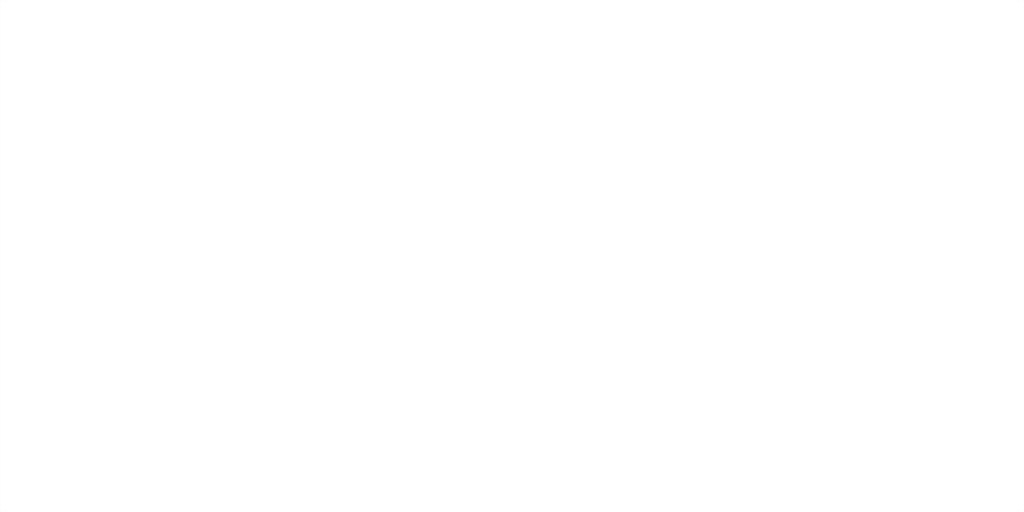
<source format=kicad_pcb>
(kicad_pcb (version 20171130) (host pcbnew "(5.1.5)-3")

  (general
    (thickness 1.6)
    (drawings 553)
    (tracks 0)
    (zones 0)
    (modules 0)
    (nets 1)
  )

  (page User 599.999 299.999)
  (layers
    (0 F.Cu signal hide)
    (31 B.Cu signal hide)
    (32 B.Adhes user hide)
    (33 F.Adhes user hide)
    (34 B.Paste user hide)
    (35 F.Paste user hide)
    (36 B.SilkS user hide)
    (37 F.SilkS user hide)
    (38 B.Mask user hide)
    (39 F.Mask user hide)
    (40 Dwgs.User user hide)
    (41 Cmts.User user hide)
    (42 Eco1.User user)
    (43 Eco2.User user)
    (44 Edge.Cuts user hide)
    (45 Margin user hide)
    (46 B.CrtYd user hide)
    (47 F.CrtYd user hide)
    (48 B.Fab user hide)
    (49 F.Fab user hide)
  )

  (setup
    (last_trace_width 0.25)
    (trace_clearance 0.2)
    (zone_clearance 0.508)
    (zone_45_only no)
    (trace_min 0.2)
    (via_size 0.8)
    (via_drill 0.4)
    (via_min_size 0.4)
    (via_min_drill 0.3)
    (uvia_size 0.3)
    (uvia_drill 0.1)
    (uvias_allowed no)
    (uvia_min_size 0.2)
    (uvia_min_drill 0.1)
    (edge_width 0.05)
    (segment_width 0.2)
    (pcb_text_width 0.3)
    (pcb_text_size 1.5 1.5)
    (mod_edge_width 0.12)
    (mod_text_size 1 1)
    (mod_text_width 0.15)
    (pad_size 1.524 1.524)
    (pad_drill 0.762)
    (pad_to_mask_clearance 0.051)
    (solder_mask_min_width 0.25)
    (aux_axis_origin 0 0)
    (visible_elements 7EFFFFFF)
    (pcbplotparams
      (layerselection 0x00c00_7ffffffe)
      (usegerberextensions false)
      (usegerberattributes false)
      (usegerberadvancedattributes false)
      (creategerberjobfile false)
      (excludeedgelayer false)
      (linewidth 0.100000)
      (plotframeref false)
      (viasonmask false)
      (mode 1)
      (useauxorigin false)
      (hpglpennumber 1)
      (hpglpenspeed 20)
      (hpglpendiameter 15.000000)
      (psnegative false)
      (psa4output false)
      (plotreference false)
      (plotvalue false)
      (plotinvisibletext false)
      (padsonsilk true)
      (subtractmaskfromsilk false)
      (outputformat 3)
      (mirror false)
      (drillshape 0)
      (scaleselection 1)
      (outputdirectory "./"))
  )

  (net 0 "")

  (net_class Default "これはデフォルトのネット クラスです。"
    (clearance 0.2)
    (trace_width 0.25)
    (via_dia 0.8)
    (via_drill 0.4)
    (uvia_dia 0.3)
    (uvia_drill 0.1)
  )

  (gr_line (start 497 250) (end 496.999614 255.999642) (layer Eco2.User) (width 0.001) (tstamp 5E5A3A96))
  (gr_line (start 506.999706 255.999639) (end 507.000092 249.999997) (layer Eco2.User) (width 0.001) (tstamp 5E5A3A95))
  (gr_line (start 507.000092 249.999997) (end 497 250) (layer Eco2.User) (width 0.001) (tstamp 5E5A3A94))
  (gr_line (start 496.999614 255.999642) (end 506.999706 255.999639) (layer Eco2.User) (width 0.001) (tstamp 5E5A3A93))
  (gr_line (start 497 260) (end 496.999614 265.999642) (layer Eco2.User) (width 0.001) (tstamp 5E5A3A96))
  (gr_line (start 506.999706 265.999639) (end 507.000092 259.999997) (layer Eco2.User) (width 0.001) (tstamp 5E5A3A95))
  (gr_line (start 507.000092 259.999997) (end 497 260) (layer Eco2.User) (width 0.001) (tstamp 5E5A3A94))
  (gr_line (start 496.999614 265.999642) (end 506.999706 265.999639) (layer Eco2.User) (width 0.001) (tstamp 5E5A3A93))
  (gr_line (start 510 260) (end 509.999614 265.999642) (layer Eco2.User) (width 0.001) (tstamp 5E5A3A96))
  (gr_line (start 519.999706 265.999639) (end 520.000092 259.999997) (layer Eco2.User) (width 0.001) (tstamp 5E5A3A95))
  (gr_line (start 520.000092 259.999997) (end 510 260) (layer Eco2.User) (width 0.001) (tstamp 5E5A3A94))
  (gr_line (start 509.999614 265.999642) (end 519.999706 265.999639) (layer Eco2.User) (width 0.001) (tstamp 5E5A3A93))
  (gr_line (start 510 250) (end 509.999614 255.999642) (layer Eco2.User) (width 0.001) (tstamp 5E5A3A96))
  (gr_line (start 519.999706 255.999639) (end 520.000092 249.999997) (layer Eco2.User) (width 0.001) (tstamp 5E5A3A95))
  (gr_line (start 520.000092 249.999997) (end 510 250) (layer Eco2.User) (width 0.001) (tstamp 5E5A3A94))
  (gr_line (start 509.999614 255.999642) (end 519.999706 255.999639) (layer Eco2.User) (width 0.001) (tstamp 5E5A3A93))
  (gr_line (start 510 240) (end 509.999614 245.999642) (layer Eco2.User) (width 0.001) (tstamp 5E5A3A96))
  (gr_line (start 519.999706 245.999639) (end 520.000092 239.999997) (layer Eco2.User) (width 0.001) (tstamp 5E5A3A95))
  (gr_line (start 520.000092 239.999997) (end 510 240) (layer Eco2.User) (width 0.001) (tstamp 5E5A3A94))
  (gr_line (start 509.999614 245.999642) (end 519.999706 245.999639) (layer Eco2.User) (width 0.001) (tstamp 5E5A3A93))
  (gr_line (start 510 230) (end 509.999614 235.999642) (layer Eco2.User) (width 0.001) (tstamp 5E5A3A96))
  (gr_line (start 519.999706 235.999639) (end 520.000092 229.999997) (layer Eco2.User) (width 0.001) (tstamp 5E5A3A95))
  (gr_line (start 520.000092 229.999997) (end 510 230) (layer Eco2.User) (width 0.001) (tstamp 5E5A3A94))
  (gr_line (start 509.999614 235.999642) (end 519.999706 235.999639) (layer Eco2.User) (width 0.001) (tstamp 5E5A3A93))
  (gr_line (start 497 230) (end 496.999614 235.999642) (layer Eco2.User) (width 0.001) (tstamp 5E5A3A96))
  (gr_line (start 506.999706 235.999639) (end 507.000092 229.999997) (layer Eco2.User) (width 0.001) (tstamp 5E5A3A95))
  (gr_line (start 507.000092 229.999997) (end 497 230) (layer Eco2.User) (width 0.001) (tstamp 5E5A3A94))
  (gr_line (start 496.999614 235.999642) (end 506.999706 235.999639) (layer Eco2.User) (width 0.001) (tstamp 5E5A3A93))
  (gr_line (start 497 240) (end 496.999614 245.999642) (layer Eco2.User) (width 0.001) (tstamp 5E5A3A96))
  (gr_line (start 506.999706 245.999639) (end 507.000092 239.999997) (layer Eco2.User) (width 0.001) (tstamp 5E5A3A95))
  (gr_line (start 507.000092 239.999997) (end 497 240) (layer Eco2.User) (width 0.001) (tstamp 5E5A3A94))
  (gr_line (start 496.999614 245.999642) (end 506.999706 245.999639) (layer Eco2.User) (width 0.001) (tstamp 5E5A3A93))
  (gr_line (start 58.971438 284.206795) (end 58.971297 182.392045) (layer Eco2.User) (width 0.001) (tstamp 5E5A3890))
  (gr_line (start 58.971438 284.206795) (end 88.868973 284.207148) (layer Eco2.User) (width 0.001) (tstamp 5E5A389C))
  (gr_line (start 57.702181 285.593431) (end 57.702393 182.173195) (layer Eco2.User) (width 0.001) (tstamp 5E5A389B))
  (gr_line (start 57.702181 285.593431) (end 88.643123 285.594067) (layer Eco2.User) (width 0.001) (tstamp 5E5A3898))
  (gr_line (start 57.702393 182.173195) (end 58.971297 182.392045) (layer Eco2.User) (width 0.001) (tstamp 5E5A388F))
  (gr_line (start 88.868973 284.207148) (end 88.643123 285.594067) (layer Eco2.User) (width 0.001) (tstamp 5E5A388E))
  (gr_line (start 15.380139 286.011791) (end 46.21452 286.011508) (layer Eco2.User) (width 0.001) (tstamp 5E5A3859))
  (gr_line (start 15.380139 286.011791) (end 15.372502 182.419799) (layer Eco2.User) (width 0.001) (tstamp 5E5A3858))
  (gr_line (start 46.25136 284.694805) (end 46.21452 286.011508) (layer Eco2.User) (width 0.001) (tstamp 5E5A3857))
  (gr_line (start 15.372502 182.419799) (end 16.526288 183.084692) (layer Eco2.User) (width 0.001) (tstamp 5E5A3856))
  (gr_line (start 16.551107 284.689502) (end 16.526288 183.084692) (layer Eco2.User) (width 0.001) (tstamp 5E5A3855))
  (gr_line (start 16.551107 284.689502) (end 46.25136 284.694805) (layer Eco2.User) (width 0.001) (tstamp 5E5A3854))
  (gr_line (start 11.909047 12.375394) (end 41.806936 12.375394) (layer Eco2.User) (width 0.001) (tstamp 5E5A3852))
  (gr_line (start 41.806936 12.375394) (end 41.581369 10.988758) (layer Eco2.User) (width 0.001) (tstamp 5E5A3851))
  (gr_line (start 10.640356 114.409347) (end 11.909189 114.190427) (layer Eco2.User) (width 0.001) (tstamp 5E5A384C))
  (gr_line (start 10.640498 10.988051) (end 10.640356 114.409347) (layer Eco2.User) (width 0.001) (tstamp 5E5A384B))
  (gr_line (start 11.909047 12.375394) (end 11.909189 114.190427) (layer Eco2.User) (width 0.001) (tstamp 5E5A3849))
  (gr_line (start 10.640498 10.988051) (end 41.581369 10.988758) (layer Eco2.User) (width 0.001) (tstamp 5E5A3847))
  (gr_circle (center 97.8901 18.83) (end 97.8901 15.63) (layer Eco2.User) (width 0.001) (tstamp 5E5A37F0))
  (gr_circle (center 87.8901 18.83) (end 87.8901 15.63) (layer Eco2.User) (width 0.001) (tstamp 5E5A37EF))
  (gr_circle (center 97.8901 18.83) (end 97.8901 17.83) (layer Eco1.User) (width 0.001) (tstamp 5E5A37EE))
  (gr_circle (center 107.8901 18.83) (end 107.8901 15.63) (layer Eco2.User) (width 0.001) (tstamp 5E5A37ED))
  (gr_circle (center 87.8901 18.83) (end 87.8901 17.83) (layer Eco1.User) (width 0.001) (tstamp 5E5A37EC))
  (gr_circle (center 107.8901 18.83) (end 107.8901 17.83) (layer Eco1.User) (width 0.001) (tstamp 5E5A37EB))
  (gr_circle (center 130.8901 18.83) (end 130.8901 15.63) (layer Eco2.User) (width 0.001) (tstamp 5E5A37F0))
  (gr_circle (center 120.8901 18.83) (end 120.8901 15.63) (layer Eco2.User) (width 0.001) (tstamp 5E5A37EF))
  (gr_circle (center 130.8901 18.83) (end 130.8901 17.83) (layer Eco1.User) (width 0.001) (tstamp 5E5A37EE))
  (gr_circle (center 140.8901 18.83) (end 140.8901 15.63) (layer Eco2.User) (width 0.001) (tstamp 5E5A37ED))
  (gr_circle (center 120.8901 18.83) (end 120.8901 17.83) (layer Eco1.User) (width 0.001) (tstamp 5E5A37EC))
  (gr_circle (center 140.8901 18.83) (end 140.8901 17.83) (layer Eco1.User) (width 0.001) (tstamp 5E5A37EB))
  (gr_circle (center 561 261) (end 561 255.8) (layer Eco2.User) (width 0.001) (tstamp 5E5A37C1))
  (gr_circle (center 561 183) (end 561 177.8) (layer Eco2.User) (width 0.001) (tstamp 5E5A37C1))
  (gr_circle (center 546 261) (end 546 256) (layer Eco2.User) (width 0.001) (tstamp 5E5A37BA))
  (gr_circle (center 546 184) (end 546 179) (layer Eco2.User) (width 0.001) (tstamp 5E5A37BA))
  (gr_circle (center 561 245.2) (end 561 240) (layer Eco2.User) (width 0.001) (tstamp 5E5A379A))
  (gr_circle (center 561 200.2) (end 561 195) (layer Eco2.User) (width 0.001) (tstamp 5E5A379A))
  (gr_circle (center 561 215.2) (end 561 210) (layer Eco2.User) (width 0.001) (tstamp 5E5A379A))
  (gr_circle (center 561 230.2) (end 561 225) (layer Eco2.User) (width 0.001) (tstamp 5E5A379A))
  (gr_circle (center 546 199) (end 546 194) (layer Eco2.User) (width 0.001) (tstamp 5E5A377C))
  (gr_circle (center 546 214) (end 546 209) (layer Eco2.User) (width 0.001) (tstamp 5E5A377C))
  (gr_circle (center 546 229) (end 546 224) (layer Eco2.User) (width 0.001) (tstamp 5E5A377C))
  (gr_circle (center 546 244) (end 546 239) (layer Eco2.User) (width 0.001) (tstamp 5E5A377C))
  (gr_line (start 0 0) (end 600 0) (layer Edge.Cuts) (width 0.05) (tstamp 5E59C473))
  (gr_line (start 0 300) (end 0 0) (layer Edge.Cuts) (width 0.05))
  (gr_line (start 600 300) (end 0 300) (layer Edge.Cuts) (width 0.05))
  (gr_line (start 600 0) (end 600 300) (layer Edge.Cuts) (width 0.05))
  (gr_circle (center 255.17 28.8901) (end 256.17 28.8901) (layer Eco1.User) (width 0.001) (tstamp 5E59C070))
  (gr_circle (center 239.17 41.8901) (end 240.17 41.8901) (layer Eco1.User) (width 0.001) (tstamp 5E59C06F))
  (gr_circle (center 255.17 16.8901) (end 256.17 16.8901) (layer Eco1.User) (width 0.001) (tstamp 5E59C06C))
  (gr_circle (center 255.17 41.8901) (end 256.17 41.8901) (layer Eco1.User) (width 0.001) (tstamp 5E59C06B))
  (gr_circle (center 239.17 16.8901) (end 240.17 16.8901) (layer Eco1.User) (width 0.001) (tstamp 5E59C068))
  (gr_circle (center 239.17 28.8901) (end 240.17 28.8901) (layer Eco1.User) (width 0.001) (tstamp 5E59C067))
  (gr_circle (center 255.17 41.8901) (end 258.37 41.8901) (layer Eco2.User) (width 0.001) (tstamp 5E59C063))
  (gr_circle (center 255.17 16.8901) (end 258.37 16.8901) (layer Eco2.User) (width 0.001) (tstamp 5E59C061))
  (gr_circle (center 255.17 28.8901) (end 258.37 28.8901) (layer Eco2.User) (width 0.001) (tstamp 5E59C05F))
  (gr_circle (center 239.17 41.8901) (end 242.37 41.8901) (layer Eco2.User) (width 0.001) (tstamp 5E59C05E))
  (gr_circle (center 239.17 16.8901) (end 242.37 16.8901) (layer Eco2.User) (width 0.001) (tstamp 5E59C05C))
  (gr_circle (center 239.17 28.8901) (end 242.37 28.8901) (layer Eco2.User) (width 0.001) (tstamp 5E59C05A))
  (gr_circle (center 375.17 27.8901) (end 376.17 27.8901) (layer Eco1.User) (width 0.001) (tstamp 5E59C070))
  (gr_circle (center 360.17 37.8901) (end 361.17 37.8901) (layer Eco1.User) (width 0.001) (tstamp 5E59C06F))
  (gr_circle (center 375.17 17.8901) (end 376.17 17.8901) (layer Eco1.User) (width 0.001) (tstamp 5E59C06C))
  (gr_circle (center 375.17 37.8901) (end 376.17 37.8901) (layer Eco1.User) (width 0.001) (tstamp 5E59C06B))
  (gr_circle (center 345.169999 37.8901) (end 346.169999 37.8901) (layer Eco1.User) (width 0.001) (tstamp 5E59C069))
  (gr_circle (center 360.17 17.8901) (end 361.17 17.8901) (layer Eco1.User) (width 0.001) (tstamp 5E59C068))
  (gr_circle (center 360.17 27.8901) (end 361.17 27.8901) (layer Eco1.User) (width 0.001) (tstamp 5E59C067))
  (gr_circle (center 345.169999 27.8901) (end 346.169999 27.8901) (layer Eco1.User) (width 0.001) (tstamp 5E59C066))
  (gr_circle (center 345.169999 17.8901) (end 346.169999 17.8901) (layer Eco1.User) (width 0.001) (tstamp 5E59C065))
  (gr_circle (center 345.169999 27.8901) (end 348.37 27.8901) (layer Eco2.User) (width 0.001) (tstamp 5E59C064))
  (gr_circle (center 375.17 37.8901) (end 378.37 37.8901) (layer Eco2.User) (width 0.001) (tstamp 5E59C063))
  (gr_circle (center 375.17 17.8901) (end 378.37 17.8901) (layer Eco2.User) (width 0.001) (tstamp 5E59C061))
  (gr_circle (center 375.17 27.8901) (end 378.37 27.8901) (layer Eco2.User) (width 0.001) (tstamp 5E59C05F))
  (gr_circle (center 360.17 37.8901) (end 363.37 37.8901) (layer Eco2.User) (width 0.001) (tstamp 5E59C05E))
  (gr_circle (center 345.169999 17.8901) (end 348.37 17.8901) (layer Eco2.User) (width 0.001) (tstamp 5E59C05D))
  (gr_circle (center 360.17 17.8901) (end 363.37 17.8901) (layer Eco2.User) (width 0.001) (tstamp 5E59C05C))
  (gr_circle (center 345.169999 37.8901) (end 348.37 37.8901) (layer Eco2.User) (width 0.001) (tstamp 5E59C05B))
  (gr_circle (center 360.17 27.8901) (end 363.37 27.8901) (layer Eco2.User) (width 0.001) (tstamp 5E59C05A))
  (gr_circle (center 328.605 247.374) (end 329.705 247.374) (layer Eco1.User) (width 0.001))
  (gr_circle (center 381.946 87.995) (end 383.046 87.995) (layer Eco1.User) (width 0.001))
  (gr_circle (center 553.312 31.635) (end 554.412 31.635) (layer Eco1.User) (width 0.001))
  (gr_circle (center 580.749 162.16) (end 581.849 162.16) (layer Eco1.User) (width 0.001))
  (gr_circle (center 466.265 279.411) (end 467.365 279.411) (layer Eco1.User) (width 0.001))
  (gr_circle (center 479.156 170.209) (end 480.256 170.209) (layer Eco1.User) (width 0.001))
  (gr_line (start 169.404 249.473) (end 183.192 250.679) (layer Eco1.User) (width 0.001))
  (gr_line (start 206.214 79.253) (end 195.769 70.173) (layer Eco1.User) (width 0.001))
  (gr_line (start 148.936 232.28) (end 162.24 228.465) (layer Eco1.User) (width 0.001))
  (gr_line (start 183.192 250.679) (end 184.398 236.891) (layer Eco1.User) (width 0.001))
  (gr_line (start 195.769 70.173) (end 186.689 80.618) (layer Eco1.User) (width 0.001))
  (gr_line (start 158.425 215.162) (end 145.122 218.976) (layer Eco1.User) (width 0.001))
  (gr_line (start 145.122 218.976) (end 148.936 232.28) (layer Eco1.User) (width 0.001))
  (gr_line (start 197.134 89.698) (end 206.214 79.253) (layer Eco1.User) (width 0.001))
  (gr_line (start 186.689 80.618) (end 197.134 89.698) (layer Eco1.User) (width 0.001))
  (gr_line (start 269.379 145.509) (end 272.635 154.964) (layer Eco1.User) (width 0.001))
  (gr_line (start 250.692 91.503) (end 243.62 84.431) (layer Eco1.User) (width 0.001))
  (gr_line (start 253.566 91.22) (end 258.516 86.27) (layer Eco1.User) (width 0.001))
  (gr_line (start 246.449 95.745) (end 250.692 91.503) (layer Eco1.User) (width 0.001))
  (gr_line (start 239.378 88.674) (end 246.449 95.745) (layer Eco1.User) (width 0.001))
  (gr_line (start 243.62 84.431) (end 239.378 88.674) (layer Eco1.User) (width 0.001))
  (gr_line (start 266.945 124.226) (end 261.507999 126.762) (layer Eco1.User) (width 0.001))
  (gr_line (start 265.733999 135.825) (end 271.172 133.289) (layer Eco1.User) (width 0.001))
  (gr_line (start 261.507999 126.762) (end 265.733999 135.825) (layer Eco1.User) (width 0.001))
  (gr_line (start 221.216 48.97) (end 216.267 53.92) (layer Eco1.User) (width 0.001))
  (gr_line (start 216.443 54.097) (end 253.566 91.22) (layer Eco1.User) (width 0.001))
  (gr_line (start 258.516 86.27) (end 221.216 48.97) (layer Eco1.User) (width 0.001))
  (gr_line (start 216.267 53.92) (end 216.443 54.097) (layer Eco1.User) (width 0.001))
  (gr_line (start 275.052 143.555) (end 269.379 145.509) (layer Eco1.User) (width 0.001))
  (gr_line (start 271.172 133.289) (end 266.945 124.226) (layer Eco1.User) (width 0.001))
  (gr_line (start 278.308 153.011) (end 275.052 143.555) (layer Eco1.User) (width 0.001))
  (gr_line (start 272.635 154.964) (end 278.308 153.011) (layer Eco1.User) (width 0.001))
  (gr_line (start 206.754 188.635) (end 208.44 202.371) (layer Eco1.User) (width 0.001))
  (gr_line (start 122.355 156.373) (end 126.402 143.138) (layer Eco1.User) (width 0.001))
  (gr_line (start 109.12 152.327) (end 122.355 156.373) (layer Eco1.User) (width 0.001))
  (gr_line (start 204.374 139.784) (end 197.454 127.798) (layer Eco1.User) (width 0.001))
  (gr_line (start 139.782 187.541) (end 129.497 178.28) (layer Eco1.User) (width 0.001))
  (gr_line (start 238.051 155.272) (end 251.057 150.539) (layer Eco1.User) (width 0.001))
  (gr_line (start 120.237 188.565) (end 130.521999 197.826) (layer Eco1.User) (width 0.001))
  (gr_line (start 164.06 178.049) (end 167.875 191.352) (layer Eco1.User) (width 0.001))
  (gr_line (start 89.315 151.505) (end 103.155 151.505) (layer Eco1.User) (width 0.001))
  (gr_line (start 228.716 214.386) (end 242.522 213.421) (layer Eco1.User) (width 0.001))
  (gr_line (start 222.757 248.121) (end 208.97 246.915) (layer Eco1.User) (width 0.001))
  (gr_line (start 220.491 186.948) (end 206.754 188.635) (layer Eco1.User) (width 0.001))
  (gr_line (start 208.918 208.1) (end 209.401 221.931) (layer Eco1.User) (width 0.001))
  (gr_line (start 103.155 137.665) (end 89.315 137.665) (layer Eco1.User) (width 0.001))
  (gr_line (start 227.751 200.58) (end 228.716 214.386) (layer Eco1.User) (width 0.001))
  (gr_line (start 146.737 187.39) (end 159.38 181.761) (layer Eco1.User) (width 0.001))
  (gr_line (start 153.751 169.117) (end 141.108 174.747) (layer Eco1.User) (width 0.001))
  (gr_line (start 246.323 137.533) (end 233.318 142.267) (layer Eco1.User) (width 0.001))
  (gr_line (start 242.522 213.421) (end 241.557 199.614) (layer Eco1.User) (width 0.001))
  (gr_line (start 181.179 187.538) (end 177.364 174.234) (layer Eco1.User) (width 0.001))
  (gr_line (start 141.108 174.747) (end 146.737 187.39) (layer Eco1.User) (width 0.001))
  (gr_line (start 209.523 227.569) (end 209.281 241.407) (layer Eco1.User) (width 0.001))
  (gr_line (start 209.401 221.931) (end 223.233 221.448) (layer Eco1.User) (width 0.001))
  (gr_line (start 103.155 151.505) (end 103.155 137.665) (layer Eco1.User) (width 0.001))
  (gr_line (start 203.235 246.082) (end 203.959 232.261) (layer Eco1.User) (width 0.001))
  (gr_line (start 251.057 150.539) (end 246.323 137.533) (layer Eco1.User) (width 0.001))
  (gr_line (start 137.69 169.550001) (end 147.645 159.936) (layer Eco1.User) (width 0.001))
  (gr_line (start 189.414 245.357) (end 203.235 246.082) (layer Eco1.User) (width 0.001))
  (gr_line (start 241.557 199.614) (end 227.751 200.58) (layer Eco1.User) (width 0.001))
  (gr_line (start 203.959 232.261) (end 190.138 231.536) (layer Eco1.User) (width 0.001))
  (gr_line (start 89.315 137.665) (end 89.315 151.505) (layer Eco1.User) (width 0.001))
  (gr_line (start 244.481 179.537) (end 246.407 193.242) (layer Eco1.User) (width 0.001))
  (gr_line (start 258.185999 177.611) (end 244.481 179.537) (layer Eco1.User) (width 0.001))
  (gr_line (start 222.177 200.685) (end 220.491 186.948) (layer Eco1.User) (width 0.001))
  (gr_line (start 203.266 205.277) (end 201.579 191.54) (layer Eco1.User) (width 0.001))
  (gr_line (start 138.031 149.98) (end 128.076 159.594) (layer Eco1.User) (width 0.001))
  (gr_line (start 190.138 231.536) (end 189.414 245.357) (layer Eco1.User) (width 0.001))
  (gr_line (start 222.75 207.617) (end 208.918 208.1) (layer Eco1.User) (width 0.001))
  (gr_line (start 221.551 261.909) (end 222.757 248.121) (layer Eco1.User) (width 0.001))
  (gr_line (start 208.97 246.915) (end 207.764 260.702) (layer Eco1.User) (width 0.001))
  (gr_line (start 189.529 206.964) (end 203.266 205.277) (layer Eco1.User) (width 0.001))
  (gr_line (start 187.843 193.227) (end 189.529 206.964) (layer Eco1.User) (width 0.001))
  (gr_line (start 260.113 191.316) (end 258.185999 177.611) (layer Eco1.User) (width 0.001))
  (gr_line (start 130.521999 197.826) (end 139.782 187.541) (layer Eco1.User) (width 0.001))
  (gr_line (start 223.119 241.648) (end 223.361 227.81) (layer Eco1.User) (width 0.001))
  (gr_line (start 223.361 227.81) (end 209.523 227.569) (layer Eco1.User) (width 0.001))
  (gr_line (start 147.645 159.936) (end 138.031 149.98) (layer Eco1.User) (width 0.001))
  (gr_line (start 201.579 191.54) (end 187.843 193.227) (layer Eco1.User) (width 0.001))
  (gr_line (start 233.318 142.267) (end 238.051 155.272) (layer Eco1.User) (width 0.001))
  (gr_line (start 192.388 146.704) (end 204.374 139.784) (layer Eco1.User) (width 0.001))
  (gr_line (start 209.281 241.407) (end 223.119 241.648) (layer Eco1.User) (width 0.001))
  (gr_line (start 159.38 181.761) (end 153.751 169.117) (layer Eco1.User) (width 0.001))
  (gr_line (start 177.364 174.234) (end 164.06 178.049) (layer Eco1.User) (width 0.001))
  (gr_line (start 129.497 178.28) (end 120.237 188.565) (layer Eco1.User) (width 0.001))
  (gr_line (start 246.407 193.242) (end 260.113 191.316) (layer Eco1.User) (width 0.001))
  (gr_line (start 223.233 221.448) (end 222.75 207.617) (layer Eco1.User) (width 0.001))
  (gr_line (start 197.454 127.798) (end 185.468 134.718) (layer Eco1.User) (width 0.001))
  (gr_line (start 126.402 143.138) (end 113.167 139.091) (layer Eco1.User) (width 0.001))
  (gr_line (start 128.076 159.594) (end 137.69 169.550001) (layer Eco1.User) (width 0.001))
  (gr_line (start 167.875 191.352) (end 181.179 187.538) (layer Eco1.User) (width 0.001))
  (gr_line (start 113.167 139.091) (end 109.12 152.327) (layer Eco1.User) (width 0.001))
  (gr_line (start 185.468 134.718) (end 192.388 146.704) (layer Eco1.User) (width 0.001))
  (gr_line (start 207.764 260.702) (end 221.551 261.909) (layer Eco1.User) (width 0.001))
  (gr_line (start 208.44 202.371) (end 222.177 200.685) (layer Eco1.User) (width 0.001))
  (gr_line (start 181.404 168.908) (end 194.048 163.279) (layer Eco1.User) (width 0.001))
  (gr_line (start 175.775 156.265) (end 181.404 168.908) (layer Eco1.User) (width 0.001))
  (gr_line (start 63.109 139.409) (end 49.345 140.856) (layer Eco1.User) (width 0.001))
  (gr_line (start 50.792 154.62) (end 64.556 153.173) (layer Eco1.User) (width 0.001))
  (gr_line (start 240.871 192.883) (end 238.706 179.214) (layer Eco1.User) (width 0.001))
  (gr_line (start 161.66 146.217) (end 152.046 136.261) (layer Eco1.User) (width 0.001))
  (gr_line (start 151.704 155.831) (end 161.66 146.217) (layer Eco1.User) (width 0.001))
  (gr_line (start 82.84 137.887) (end 69.034 138.853) (layer Eco1.User) (width 0.001))
  (gr_line (start 170.474 69.809) (end 182.081 77.346) (layer Eco1.User) (width 0.001))
  (gr_line (start 142.09 145.875) (end 151.704 155.831) (layer Eco1.User) (width 0.001))
  (gr_line (start 238.706 179.214) (end 225.036 181.379) (layer Eco1.User) (width 0.001))
  (gr_line (start 152.046 136.261) (end 142.09 145.875) (layer Eco1.User) (width 0.001))
  (gr_line (start 69.999 152.659) (end 83.806 151.694) (layer Eco1.User) (width 0.001))
  (gr_line (start 83.806 151.694) (end 82.84 137.887) (layer Eco1.User) (width 0.001))
  (gr_line (start 178.012 58.201) (end 170.474 69.809) (layer Eco1.User) (width 0.001))
  (gr_line (start 69.034 138.853) (end 69.999 152.659) (layer Eco1.User) (width 0.001))
  (gr_line (start 182.081 77.346) (end 189.619 65.739) (layer Eco1.User) (width 0.001))
  (gr_line (start 45.428 155.323) (end 43.501 141.618) (layer Eco1.User) (width 0.001))
  (gr_line (start 31.722 157.249) (end 45.428 155.323) (layer Eco1.User) (width 0.001))
  (gr_line (start 29.796 143.544) (end 31.722 157.249) (layer Eco1.User) (width 0.001))
  (gr_line (start 194.048 163.279) (end 188.418 150.635) (layer Eco1.User) (width 0.001))
  (gr_line (start 43.501 141.618) (end 29.796 143.544) (layer Eco1.User) (width 0.001))
  (gr_line (start 188.418 150.635) (end 175.775 156.265) (layer Eco1.User) (width 0.001))
  (gr_line (start 64.556 153.173) (end 63.109 139.409) (layer Eco1.User) (width 0.001))
  (gr_line (start 49.345 140.856) (end 50.792 154.62) (layer Eco1.User) (width 0.001))
  (gr_line (start 189.619 65.739) (end 178.012 58.201) (layer Eco1.User) (width 0.001))
  (gr_line (start 227.201 195.048) (end 240.871 192.883) (layer Eco1.User) (width 0.001))
  (gr_line (start 225.036 181.379) (end 227.201 195.048) (layer Eco1.User) (width 0.001))
  (gr_line (start 255.54 104.473) (end 250.566 107.829) (layer Eco1.User) (width 0.001))
  (gr_line (start 228.818 219.969) (end 228.818 233.809) (layer Eco1.User) (width 0.001))
  (gr_line (start 242.658 219.969) (end 228.818 219.969) (layer Eco1.User) (width 0.001))
  (gr_line (start 76.586 33.436) (end 76.795 39.432001) (layer Eco1.User) (width 0.001))
  (gr_line (start 162.24 228.465) (end 158.425 215.162) (layer Eco1.User) (width 0.001))
  (gr_line (start 248.051 212.597) (end 261.857 211.631) (layer Eco1.User) (width 0.001))
  (gr_line (start 261.132 112.764) (end 255.54 104.473) (layer Eco1.User) (width 0.001))
  (gr_line (start 86.58 33.087) (end 76.586 33.436) (layer Eco1.User) (width 0.001))
  (gr_line (start 47.647 135.453) (end 61.411 134.006) (layer Eco1.User) (width 0.001))
  (gr_line (start 76.795 39.432001) (end 86.789 39.083001) (layer Eco1.User) (width 0.001))
  (gr_line (start 86.789 39.083001) (end 86.58 33.087) (layer Eco1.User) (width 0.001))
  (gr_line (start 250.566 107.829) (end 256.158 116.119) (layer Eco1.User) (width 0.001))
  (gr_line (start 61.411 134.006) (end 59.964 120.242) (layer Eco1.User) (width 0.001))
  (gr_line (start 46.2 121.689) (end 47.647 135.453) (layer Eco1.User) (width 0.001))
  (gr_line (start 256.158 116.119) (end 261.132 112.764) (layer Eco1.User) (width 0.001))
  (gr_line (start 59.964 120.242) (end 46.2 121.689) (layer Eco1.User) (width 0.001))
  (gr_line (start 261.857 211.631) (end 260.891 197.825) (layer Eco1.User) (width 0.001))
  (gr_line (start 247.085 198.79) (end 248.051 212.597) (layer Eco1.User) (width 0.001))
  (gr_line (start 260.891 197.825) (end 247.085 198.79) (layer Eco1.User) (width 0.001))
  (gr_line (start 242.658 233.809) (end 242.658 219.969) (layer Eco1.User) (width 0.001))
  (gr_line (start 228.818 233.809) (end 242.658 233.809) (layer Eco1.User) (width 0.001))
  (gr_line (start 184.398 236.891) (end 170.611 235.685) (layer Eco1.User) (width 0.001))
  (gr_line (start 170.611 235.685) (end 169.404 249.473) (layer Eco1.User) (width 0.001))
  (gr_line (start 227.998 253.329) (end 241.819 254.053) (layer Eco1.User) (width 0.001))
  (gr_line (start 212.686 144.407) (end 218.094 157.147) (layer Eco1.User) (width 0.001))
  (gr_line (start 187.328 264.658) (end 201.065 266.345) (layer Eco1.User) (width 0.001))
  (gr_line (start 168.764 255.089) (end 166.599 268.759) (layer Eco1.User) (width 0.001))
  (gr_line (start 189.015 250.921) (end 187.328 264.658) (layer Eco1.User) (width 0.001))
  (gr_line (start 127.776 55.539) (end 128.741 41.733) (layer Eco1.User) (width 0.001))
  (gr_line (start 114.935 40.768) (end 113.969 54.574) (layer Eco1.User) (width 0.001))
  (gr_line (start 256.632 170.414) (end 253.05 157.046) (layer Eco1.User) (width 0.001))
  (gr_line (start 243.264 173.996) (end 256.632 170.414) (layer Eco1.User) (width 0.001))
  (gr_line (start 239.682 160.628) (end 243.264 173.996) (layer Eco1.User) (width 0.001))
  (gr_line (start 108.466 40.518) (end 94.626 40.518) (layer Eco1.User) (width 0.001))
  (gr_line (start 113.969 54.574) (end 127.776 55.539) (layer Eco1.User) (width 0.001))
  (gr_line (start 58.605 61.591) (end 44.798 62.557) (layer Eco1.User) (width 0.001))
  (gr_line (start 59.57 75.398) (end 58.605 61.591) (layer Eco1.User) (width 0.001))
  (gr_line (start 45.764 76.363) (end 59.57 75.398) (layer Eco1.User) (width 0.001))
  (gr_line (start 44.798 62.557) (end 45.764 76.363) (layer Eco1.User) (width 0.001))
  (gr_line (start 212.964 158.968) (end 207.556 146.228) (layer Eco1.User) (width 0.001))
  (gr_line (start 194.817 151.636) (end 200.224 164.376) (layer Eco1.User) (width 0.001))
  (gr_line (start 202.752 252.608) (end 189.015 250.921) (layer Eco1.User) (width 0.001))
  (gr_line (start 207.556 146.228) (end 194.817 151.636) (layer Eco1.User) (width 0.001))
  (gr_line (start 219.977 162.522) (end 223.792 175.826) (layer Eco1.User) (width 0.001))
  (gr_line (start 225.426 138.999) (end 212.686 144.407) (layer Eco1.User) (width 0.001))
  (gr_line (start 170.591 216.226) (end 170.832 230.064) (layer Eco1.User) (width 0.001))
  (gr_line (start 94.626 40.518) (end 94.626 54.358) (layer Eco1.User) (width 0.001))
  (gr_line (start 180.269 270.924) (end 182.434 257.254) (layer Eco1.User) (width 0.001))
  (gr_line (start 228.722 239.508) (end 227.998 253.329) (layer Eco1.User) (width 0.001))
  (gr_line (start 200.224 164.376) (end 212.964 158.968) (layer Eco1.User) (width 0.001))
  (gr_line (start 128.741 41.733) (end 114.935 40.768) (layer Eco1.User) (width 0.001))
  (gr_line (start 210.271 139.348) (end 222.602 133.064) (layer Eco1.User) (width 0.001))
  (gr_line (start 253.05 157.046) (end 239.682 160.628) (layer Eco1.User) (width 0.001))
  (gr_line (start 149.702 238.434) (end 149.219 252.265) (layer Eco1.User) (width 0.001))
  (gr_line (start 230.833 151.739) (end 225.426 138.999) (layer Eco1.User) (width 0.001))
  (gr_line (start 163.05 252.748) (end 163.533 238.917) (layer Eco1.User) (width 0.001))
  (gr_line (start 223.792 175.826) (end 237.096 172.011) (layer Eco1.User) (width 0.001))
  (gr_line (start 184.428 215.984) (end 170.591 216.226) (layer Eco1.User) (width 0.001))
  (gr_line (start 33.99 103.545) (end 35.676 117.281) (layer Eco1.User) (width 0.001))
  (gr_line (start 166.599 268.759) (end 180.269 270.924) (layer Eco1.User) (width 0.001))
  (gr_line (start 184.176 209.353) (end 182.73 195.589) (layer Eco1.User) (width 0.001))
  (gr_line (start 203.988 127.016) (end 210.271 139.348) (layer Eco1.User) (width 0.001))
  (gr_line (start 237.096 172.011) (end 233.281 158.707) (layer Eco1.User) (width 0.001))
  (gr_line (start 210.846 103.438) (end 220.801 93.824) (layer Eco1.User) (width 0.001))
  (gr_line (start 211.187 83.869) (end 201.232 93.483) (layer Eco1.User) (width 0.001))
  (gr_line (start 201.232 93.483) (end 210.846 103.438) (layer Eco1.User) (width 0.001))
  (gr_line (start 168.965 197.036) (end 170.412 210.8) (layer Eco1.User) (width 0.001))
  (gr_line (start 182.73 195.589) (end 168.965 197.036) (layer Eco1.User) (width 0.001))
  (gr_line (start 222.602 133.064) (end 216.319 120.733) (layer Eco1.User) (width 0.001))
  (gr_line (start 170.832 230.064) (end 184.67 229.822) (layer Eco1.User) (width 0.001))
  (gr_line (start 233.281 158.707) (end 219.977 162.522) (layer Eco1.User) (width 0.001))
  (gr_line (start 149.219 252.265) (end 163.05 252.748) (layer Eco1.User) (width 0.001))
  (gr_line (start 170.412 210.8) (end 184.176 209.353) (layer Eco1.User) (width 0.001))
  (gr_line (start 218.094 157.147) (end 230.833 151.739) (layer Eco1.User) (width 0.001))
  (gr_line (start 220.801 93.824) (end 211.187 83.869) (layer Eco1.User) (width 0.001))
  (gr_line (start 47.726 101.858) (end 33.99 103.545) (layer Eco1.User) (width 0.001))
  (gr_line (start 241.819 254.053) (end 242.543 240.232) (layer Eco1.User) (width 0.001))
  (gr_line (start 242.543 240.232) (end 228.722 239.508) (layer Eco1.User) (width 0.001))
  (gr_line (start 182.434 257.254) (end 168.764 255.089) (layer Eco1.User) (width 0.001))
  (gr_line (start 201.065 266.345) (end 202.752 252.608) (layer Eco1.User) (width 0.001))
  (gr_line (start 184.67 229.822) (end 184.428 215.984) (layer Eco1.User) (width 0.001))
  (gr_line (start 163.533 238.917) (end 149.702 238.434) (layer Eco1.User) (width 0.001))
  (gr_line (start 35.676 117.281) (end 49.413 115.595) (layer Eco1.User) (width 0.001))
  (gr_line (start 108.466 54.358) (end 108.466 40.518) (layer Eco1.User) (width 0.001))
  (gr_line (start 94.626 54.358) (end 108.466 54.358) (layer Eco1.User) (width 0.001))
  (gr_line (start 216.319 120.733) (end 203.988 127.016) (layer Eco1.User) (width 0.001))
  (gr_line (start 49.413 115.595) (end 47.726 101.858) (layer Eco1.User) (width 0.001))
  (gr_line (start 204.076 225.937) (end 203.834 212.099) (layer Eco1.User) (width 0.001))
  (gr_line (start 203.834 212.099) (end 189.996 212.341) (layer Eco1.User) (width 0.001))
  (gr_line (start 40.108 122.468) (end 26.439 124.633) (layer Eco1.User) (width 0.001))
  (gr_line (start 28.604 138.303) (end 42.273 136.138) (layer Eco1.User) (width 0.001))
  (gr_line (start 176.915 98.527) (end 187.2 107.787) (layer Eco1.User) (width 0.001))
  (gr_line (start 26.439 124.633) (end 28.604 138.303) (layer Eco1.User) (width 0.001))
  (gr_line (start 161.911 172.651) (end 174.131 166.154) (layer Eco1.User) (width 0.001))
  (gr_line (start 174.131 166.154) (end 167.633 153.934) (layer Eco1.User) (width 0.001))
  (gr_line (start 243.664 131.304) (end 237.815 118.761) (layer Eco1.User) (width 0.001))
  (gr_line (start 196.461 97.502) (end 186.176 88.242) (layer Eco1.User) (width 0.001))
  (gr_line (start 155.413 160.431) (end 161.911 172.651) (layer Eco1.User) (width 0.001))
  (gr_line (start 190.238 226.179) (end 204.076 225.937) (layer Eco1.User) (width 0.001))
  (gr_line (start 167.633 153.934) (end 155.413 160.431) (layer Eco1.User) (width 0.001))
  (gr_line (start 191.553 120.447) (end 181.767 110.66) (layer Eco1.User) (width 0.001))
  (gr_line (start 225.272 124.61) (end 231.121 137.153) (layer Eco1.User) (width 0.001))
  (gr_line (start 187.2 107.787) (end 196.461 97.502) (layer Eco1.User) (width 0.001))
  (gr_line (start 215.403 166.204001) (end 202.035 169.787) (layer Eco1.User) (width 0.001))
  (gr_line (start 181.767 110.66) (end 171.98 120.447) (layer Eco1.User) (width 0.001))
  (gr_line (start 218.985 179.573) (end 215.403 166.204001) (layer Eco1.User) (width 0.001))
  (gr_line (start 205.617 183.155) (end 218.985 179.573) (layer Eco1.User) (width 0.001))
  (gr_line (start 231.121 137.153) (end 243.664 131.304) (layer Eco1.User) (width 0.001))
  (gr_line (start 237.815 118.761) (end 225.272 124.61) (layer Eco1.User) (width 0.001))
  (gr_line (start 171.98 120.447) (end 181.767 130.233) (layer Eco1.User) (width 0.001))
  (gr_line (start 189.996 212.341) (end 190.238 226.179) (layer Eco1.User) (width 0.001))
  (gr_line (start 42.273 136.138) (end 40.108 122.468) (layer Eco1.User) (width 0.001))
  (gr_line (start 181.767 130.233) (end 191.553 120.447) (layer Eco1.User) (width 0.001))
  (gr_line (start 202.035 169.787) (end 205.617 183.155) (layer Eco1.User) (width 0.001))
  (gr_line (start 186.176 88.242) (end 176.915 98.527) (layer Eco1.User) (width 0.001))
  (gr_line (start 142.82 79.144) (end 155.559 84.552) (layer Eco1.User) (width 0.001))
  (gr_line (start 112.987 113.281) (end 126.617 115.684) (layer Eco1.User) (width 0.001))
  (gr_line (start 100.28 93.571) (end 114.118 93.812) (layer Eco1.User) (width 0.001))
  (gr_line (start 115.39 99.651) (end 112.987 113.281) (layer Eco1.User) (width 0.001))
  (gr_line (start 41.049 82.876) (end 42.255 96.664) (layer Eco1.User) (width 0.001))
  (gr_line (start 152.505 61.629) (end 165.245 67.037) (layer Eco1.User) (width 0.001))
  (gr_line (start 247.328 251.101) (end 261.149 251.825) (layer Eco1.User) (width 0.001))
  (gr_line (start 147.038 59.843) (end 150.62 46.475) (layer Eco1.User) (width 0.001))
  (gr_line (start 137.252 42.893) (end 133.669999 56.261) (layer Eco1.User) (width 0.001))
  (gr_line (start 114.36 79.974) (end 100.522 79.733) (layer Eco1.User) (width 0.001))
  (gr_line (start 120.008 94.508) (end 133.545999 97.386) (layer Eco1.User) (width 0.001))
  (gr_line (start 214.566 108.105) (end 222.306 119.579) (layer Eco1.User) (width 0.001))
  (gr_line (start 158.855 274.705) (end 161.968 261.219) (layer Eco1.User) (width 0.001))
  (gr_line (start 156.768 108.478) (end 167.821 116.808) (layer Eco1.User) (width 0.001))
  (gr_line (start 122.885 80.971) (end 120.008 94.508) (layer Eco1.User) (width 0.001))
  (gr_line (start 148.483 258.106) (end 145.37 271.591) (layer Eco1.User) (width 0.001))
  (gr_line (start 129.02 102.055) (end 115.39 99.651) (layer Eco1.User) (width 0.001))
  (gr_line (start 139.646 63.919) (end 126.06 61.278) (layer Eco1.User) (width 0.001))
  (gr_line (start 133.545999 97.386) (end 136.423 83.848) (layer Eco1.User) (width 0.001))
  (gr_line (start 167.821 116.808) (end 176.15 105.754) (layer Eco1.User) (width 0.001))
  (gr_line (start 201.6 102.535) (end 191.315 111.796) (layer Eco1.User) (width 0.001))
  (gr_line (start 161.968 261.219) (end 148.483 258.106) (layer Eco1.User) (width 0.001))
  (gr_line (start 165.097 97.425) (end 156.768 108.478) (layer Eco1.User) (width 0.001))
  (gr_line (start 100.522 79.733) (end 100.28 93.571) (layer Eco1.User) (width 0.001))
  (gr_line (start 262.045 231.82) (end 262.045 217.98) (layer Eco1.User) (width 0.001))
  (gr_line (start 165.245 67.037) (end 170.652 54.297) (layer Eco1.User) (width 0.001))
  (gr_line (start 123.42 74.864) (end 137.005 77.505) (layer Eco1.User) (width 0.001))
  (gr_line (start 248.205 231.82) (end 262.045 231.82) (layer Eco1.User) (width 0.001))
  (gr_line (start 176.15 105.754) (end 165.097 97.425) (layer Eco1.User) (width 0.001))
  (gr_line (start 248.205 217.98) (end 248.205 231.82) (layer Eco1.User) (width 0.001))
  (gr_line (start 226.04 100.366) (end 214.566 108.105) (layer Eco1.User) (width 0.001))
  (gr_line (start 42.255 96.664) (end 56.043 95.457) (layer Eco1.User) (width 0.001))
  (gr_line (start 148.227 66.404) (end 142.82 79.144) (layer Eco1.User) (width 0.001))
  (gr_line (start 136.423 83.848) (end 122.885 80.971) (layer Eco1.User) (width 0.001))
  (gr_line (start 262.045 217.98) (end 248.205 217.98) (layer Eco1.User) (width 0.001))
  (gr_line (start 261.149 251.825) (end 261.873 238.004) (layer Eco1.User) (width 0.001))
  (gr_line (start 74.566 80.538) (end 60.745 81.262) (layer Eco1.User) (width 0.001))
  (gr_line (start 75.29 94.359) (end 74.566 80.538) (layer Eco1.User) (width 0.001))
  (gr_line (start 61.469 95.083) (end 75.29 94.359) (layer Eco1.User) (width 0.001))
  (gr_line (start 60.745 81.262) (end 61.469 95.083) (layer Eco1.User) (width 0.001))
  (gr_line (start 191.315 111.796) (end 200.576 122.081) (layer Eco1.User) (width 0.001))
  (gr_line (start 210.861 112.82) (end 201.6 102.535) (layer Eco1.User) (width 0.001))
  (gr_line (start 183.295 174.201) (end 186.877 187.569) (layer Eco1.User) (width 0.001))
  (gr_line (start 54.836 81.67) (end 41.049 82.876) (layer Eco1.User) (width 0.001))
  (gr_line (start 133.669999 56.261) (end 147.038 59.843) (layer Eco1.User) (width 0.001))
  (gr_line (start 155.559 84.552) (end 160.967 71.812) (layer Eco1.User) (width 0.001))
  (gr_line (start 222.306 119.579) (end 233.78 111.84) (layer Eco1.User) (width 0.001))
  (gr_line (start 114.118 93.812) (end 114.36 79.974) (layer Eco1.User) (width 0.001))
  (gr_line (start 157.913 48.889) (end 152.505 61.629) (layer Eco1.User) (width 0.001))
  (gr_line (start 233.78 111.84) (end 226.04 100.366) (layer Eco1.User) (width 0.001))
  (gr_line (start 56.043 95.457) (end 54.836 81.67) (layer Eco1.User) (width 0.001))
  (gr_line (start 196.663 170.619) (end 183.295 174.201) (layer Eco1.User) (width 0.001))
  (gr_line (start 145.37 271.591) (end 158.855 274.705) (layer Eco1.User) (width 0.001))
  (gr_line (start 186.877 187.569) (end 200.245 183.987) (layer Eco1.User) (width 0.001))
  (gr_line (start 200.245 183.987) (end 196.663 170.619) (layer Eco1.User) (width 0.001))
  (gr_line (start 137.005 77.505) (end 139.646 63.919) (layer Eco1.User) (width 0.001))
  (gr_line (start 248.052 237.28) (end 247.328 251.101) (layer Eco1.User) (width 0.001))
  (gr_line (start 126.617 115.684) (end 129.02 102.055) (layer Eco1.User) (width 0.001))
  (gr_line (start 126.06 61.278) (end 123.42 74.864) (layer Eco1.User) (width 0.001))
  (gr_line (start 150.62 46.475) (end 137.252 42.893) (layer Eco1.User) (width 0.001))
  (gr_line (start 170.652 54.297) (end 157.913 48.889) (layer Eco1.User) (width 0.001))
  (gr_line (start 261.873 238.004) (end 248.052 237.28) (layer Eco1.User) (width 0.001))
  (gr_line (start 160.967 71.812) (end 148.227 66.404) (layer Eco1.User) (width 0.001))
  (gr_line (start 200.576 122.081) (end 210.861 112.82) (layer Eco1.User) (width 0.001))
  (gr_line (start 160.207 136.033) (end 169.103 125.431) (layer Eco1.User) (width 0.001))
  (gr_line (start 149.605 127.137) (end 160.207 136.033) (layer Eco1.User) (width 0.001))
  (gr_line (start 85.852 118.502) (end 86.093 132.34) (layer Eco1.User) (width 0.001))
  (gr_line (start 143.849 129.919) (end 131.628999 123.422) (layer Eco1.User) (width 0.001))
  (gr_line (start 175.114 131.813) (end 164.208 140.333) (layer Eco1.User) (width 0.001))
  (gr_line (start 74.953 41.155) (end 75.436 54.986) (layer Eco1.User) (width 0.001))
  (gr_line (start 138.583 105.325) (end 132.299 117.657) (layer Eco1.User) (width 0.001))
  (gr_line (start 107.176 112.898) (end 107.176 99.058) (layer Eco1.User) (width 0.001))
  (gr_line (start 69.786 55.251) (end 69.061 41.43) (layer Eco1.User) (width 0.001))
  (gr_line (start 80.26 80.244) (end 80.743 94.076) (layer Eco1.User) (width 0.001))
  (gr_line (start 139.298 99.442) (end 151.737 105.509) (layer Eco1.User) (width 0.001))
  (gr_line (start 80.62 132.512) (end 79.655 118.706) (layer Eco1.User) (width 0.001))
  (gr_line (start 65.848 119.671) (end 66.813999 133.478) (layer Eco1.User) (width 0.001))
  (gr_line (start 89.267 54.503) (end 88.784 40.672001) (layer Eco1.User) (width 0.001))
  (gr_line (start 94.092 79.761) (end 80.26 80.244) (layer Eco1.User) (width 0.001))
  (gr_line (start 87.114 99.193) (end 73.293 99.917) (layer Eco1.User) (width 0.001))
  (gr_line (start 99.931 132.099) (end 99.69 118.261) (layer Eco1.User) (width 0.001))
  (gr_line (start 164.208 140.333) (end 172.729 151.239) (layer Eco1.User) (width 0.001))
  (gr_line (start 160.733 87.28) (end 172.207 95.019) (layer Eco1.User) (width 0.001))
  (gr_line (start 150.914 111.609) (end 138.583 105.325) (layer Eco1.User) (width 0.001))
  (gr_line (start 131.628999 123.422) (end 125.131 135.642) (layer Eco1.User) (width 0.001))
  (gr_line (start 93.336 99.058) (end 93.336 112.898) (layer Eco1.User) (width 0.001))
  (gr_line (start 137.351 142.139) (end 143.849 129.919) (layer Eco1.User) (width 0.001))
  (gr_line (start 66.813999 133.478) (end 80.62 132.512) (layer Eco1.User) (width 0.001))
  (gr_line (start 103.648 73.96) (end 117.486 74.202) (layer Eco1.User) (width 0.001))
  (gr_line (start 103.89 60.122) (end 103.648 73.96) (layer Eco1.User) (width 0.001))
  (gr_line (start 65.007999 75.106) (end 78.829 74.382) (layer Eco1.User) (width 0.001))
  (gr_line (start 142.352 213.442) (end 153.689 205.504) (layer Eco1.User) (width 0.001))
  (gr_line (start 145.751 194.167) (end 134.414 202.105) (layer Eco1.User) (width 0.001))
  (gr_line (start 74.018 113.738) (end 87.839 113.014) (layer Eco1.User) (width 0.001))
  (gr_line (start 86.093 132.34) (end 99.931 132.099) (layer Eco1.User) (width 0.001))
  (gr_line (start 75.436 54.986) (end 89.267 54.503) (layer Eco1.User) (width 0.001))
  (gr_line (start 125.131 135.642) (end 137.351 142.139) (layer Eco1.User) (width 0.001))
  (gr_line (start 145.365 87.003) (end 139.298 99.442) (layer Eco1.User) (width 0.001))
  (gr_line (start 64.283 61.285) (end 65.007999 75.106) (layer Eco1.User) (width 0.001))
  (gr_line (start 94.575 93.593) (end 94.092 79.761) (layer Eco1.User) (width 0.001))
  (gr_line (start 88.784 40.672001) (end 74.953 41.155) (layer Eco1.User) (width 0.001))
  (gr_line (start 151.737 105.509) (end 157.805 93.07) (layer Eco1.User) (width 0.001))
  (gr_line (start 132.299 117.657) (end 144.631 123.94) (layer Eco1.User) (width 0.001))
  (gr_line (start 87.839 113.014) (end 87.114 99.193) (layer Eco1.User) (width 0.001))
  (gr_line (start 99.69 118.261) (end 85.852 118.502) (layer Eco1.User) (width 0.001))
  (gr_line (start 80.743 94.076) (end 94.575 93.593) (layer Eco1.User) (width 0.001))
  (gr_line (start 172.207 95.019) (end 179.947 83.545) (layer Eco1.User) (width 0.001))
  (gr_line (start 157.805 93.07) (end 145.365 87.003) (layer Eco1.User) (width 0.001))
  (gr_line (start 93.336 112.898) (end 107.176 112.898) (layer Eco1.User) (width 0.001))
  (gr_line (start 117.728 60.364) (end 103.89 60.122) (layer Eco1.User) (width 0.001))
  (gr_line (start 107.176 99.058) (end 93.336 99.058) (layer Eco1.User) (width 0.001))
  (gr_line (start 179.947 83.545) (end 168.473 75.806) (layer Eco1.User) (width 0.001))
  (gr_line (start 144.631 123.94) (end 150.914 111.609) (layer Eco1.User) (width 0.001))
  (gr_line (start 73.293 99.917) (end 74.018 113.738) (layer Eco1.User) (width 0.001))
  (gr_line (start 134.414 202.105) (end 142.352 213.442) (layer Eco1.User) (width 0.001))
  (gr_line (start 168.473 75.806) (end 160.733 87.28) (layer Eco1.User) (width 0.001))
  (gr_line (start 55.965 55.975) (end 69.786 55.251) (layer Eco1.User) (width 0.001))
  (gr_line (start 158.501 116.535) (end 149.605 127.137) (layer Eco1.User) (width 0.001))
  (gr_line (start 78.104 60.561) (end 64.283 61.285) (layer Eco1.User) (width 0.001))
  (gr_line (start 78.829 74.382) (end 78.104 60.561) (layer Eco1.User) (width 0.001))
  (gr_line (start 183.635 142.719) (end 175.114 131.813) (layer Eco1.User) (width 0.001))
  (gr_line (start 117.486 74.202) (end 117.728 60.364) (layer Eco1.User) (width 0.001))
  (gr_line (start 79.655 118.706) (end 65.848 119.671) (layer Eco1.User) (width 0.001))
  (gr_line (start 55.24 42.154) (end 55.965 55.975) (layer Eco1.User) (width 0.001))
  (gr_line (start 172.729 151.239) (end 183.635 142.719) (layer Eco1.User) (width 0.001))
  (gr_line (start 69.061 41.43) (end 55.24 42.154) (layer Eco1.User) (width 0.001))
  (gr_line (start 153.689 205.504) (end 145.751 194.167) (layer Eco1.User) (width 0.001))
  (gr_line (start 169.103 125.431) (end 158.501 116.535) (layer Eco1.User) (width 0.001))
  (gr_line (start 67.712 100.288) (end 53.906 101.254) (layer Eco1.User) (width 0.001))
  (gr_line (start 54.871 115.06) (end 68.677 114.095) (layer Eco1.User) (width 0.001))
  (gr_line (start 97.922 60.143) (end 84.084 60.385) (layer Eco1.User) (width 0.001))
  (gr_line (start 84.084 60.385) (end 84.326 74.223) (layer Eco1.User) (width 0.001))
  (gr_line (start 106.973 118.651) (end 105.526 132.415) (layer Eco1.User) (width 0.001))
  (gr_line (start 84.326 74.223) (end 98.164 73.981) (layer Eco1.User) (width 0.001))
  (gr_line (start 68.677 114.095) (end 67.712 100.288) (layer Eco1.User) (width 0.001))
  (gr_line (start 98.164 73.981) (end 97.922 60.143) (layer Eco1.User) (width 0.001))
  (gr_line (start 53.906 101.254) (end 54.871 115.06) (layer Eco1.User) (width 0.001))
  (gr_circle (center 216.986 79.371) (end 218.085999 79.371) (layer Eco1.User) (width 0.001))
  (gr_circle (center 134.772 176.582) (end 135.872 176.582) (layer Eco1.User) (width 0.001))
  (gr_line (start 119.291 133.862) (end 120.737 120.098) (layer Eco1.User) (width 0.001))
  (gr_line (start 120.737 120.098) (end 106.973 118.651) (layer Eco1.User) (width 0.001))
  (gr_line (start 105.526 132.415) (end 119.291 133.862) (layer Eco1.User) (width 0.001))
  (gr_circle (center 25.57 163.691) (end 26.67 163.691) (layer Eco1.User) (width 0.001))
  (gr_circle (center 142.821 278.174) (end 143.921 278.174) (layer Eco1.User) (width 0.001))
  (gr_circle (center 273.347 250.737) (end 274.447 250.737) (layer Eco1.User) (width 0.001))
  (gr_circle (center 57.607 26.031) (end 58.707 26.031) (layer Eco1.User) (width 0.001))
  (gr_line (start 480.399 282.29) (end 480.618 281.0209) (layer Eco2.User) (width 0.001))
  (gr_line (start 583.82 282.29) (end 583.82 251.3491) (layer Eco2.User) (width 0.001))
  (gr_line (start 589.06 288.46) (end 485.639 288.46) (layer Eco2.User) (width 0.001))
  (gr_line (start 587.673 287.191) (end 485.858 287.191) (layer Eco2.User) (width 0.001))
  (gr_line (start 587.673 257.293) (end 589.06 257.519) (layer Eco2.User) (width 0.001))
  (gr_line (start 583.82 282.29) (end 480.399 282.29) (layer Eco2.User) (width 0.001))
  (gr_line (start 587.673 287.191) (end 587.673 257.293) (layer Eco2.User) (width 0.001))
  (gr_line (start 589.06 288.46) (end 589.06 257.519) (layer Eco2.User) (width 0.001))
  (gr_line (start 582.433 251.1234) (end 583.82 251.3491) (layer Eco2.User) (width 0.001))
  (gr_line (start 582.433 281.0209) (end 582.433 251.1234) (layer Eco2.User) (width 0.001))
  (gr_line (start 485.639 288.46) (end 485.858 287.191) (layer Eco2.User) (width 0.001))
  (gr_line (start 582.433 281.0209) (end 480.618 281.0209) (layer Eco2.User) (width 0.001))
  (gr_line (start 577.438 275.849) (end 475.833 275.874) (layer Eco2.User) (width 0.001))
  (gr_line (start 578.76 277.02) (end 578.76 246.186) (layer Eco2.User) (width 0.001))
  (gr_line (start 577.443 246.149) (end 578.76 246.186) (layer Eco2.User) (width 0.001))
  (gr_line (start 578.76 277.02) (end 475.168 277.028) (layer Eco2.User) (width 0.001))
  (gr_line (start 475.168 277.028) (end 475.833 275.874) (layer Eco2.User) (width 0.001))
  (gr_line (start 577.438 275.849) (end 577.443 246.149) (layer Eco2.User) (width 0.001))
  (gr_line (start 62.89 280.82) (end 62.881 177.34) (layer Eco2.User) (width 0.001))
  (gr_arc (start -83.0348 275.741) (end 93.890308 280.82018) (angle -34.4) (layer Eco2.User) (width 0.001))
  (gr_arc (start 60.39 183.07) (end 65.816427 179.973226) (angle -36.8) (layer Eco2.User) (width 0.001))
  (gr_line (start 62.89 280.82) (end 93.833 280.82) (layer Eco2.User) (width 0.001))
  (gr_arc (start 158.955 16.079) (end 307.807195 111.845988) (angle -34.4004) (layer Eco2.User) (width 0.001))
  (gr_line (start 304.88 11) (end 304.871 114.48) (layer Eco2.User) (width 0.001))
  (gr_arc (start 302.38 108.75) (end 304.87004 114.480256) (angle -36.8) (layer Eco2.User) (width 0.001))
  (gr_line (start 304.88 11) (end 335.822 11) (layer Eco2.User) (width 0.001))
  (gr_line (start 22.49 280.72) (end 53.433 280.72) (layer Eco2.User) (width 0.001))
  (gr_line (start 22.49 280.72) (end 22.481 177.24) (layer Eco2.User) (width 0.001))
  (gr_arc (start -123.435 275.641) (end 53.490108 280.72018) (angle -34.4) (layer Eco2.User) (width 0.001))
  (gr_arc (start 19.99 182.97) (end 25.416427 179.873226) (angle -36.8) (layer Eco2.User) (width 0.001))
  (gr_arc (start 432.027 114.156) (end 324.311995 252.961309) (angle -49.7) (layer Eco2.User) (width 0.001))
  (gr_arc (start 327.609 247.947) (end 321.952691 249.951449) (angle -37.2) (layer Eco2.User) (width 0.001))
  (gr_arc (start 467.089 280.168) (end 468.219719 286.084777) (angle -91.4307) (layer Eco2.User) (width 0.001))
  (gr_arc (start 566.596 262.981) (end 580.316252 169.012458) (angle -107.951) (layer Eco2.User) (width 0.001))
  (gr_arc (start 581.281 163.086) (end 580.315967 169.012829) (angle -92.1) (layer Eco2.User) (width 0.001))
  (gr_arc (start 391.114 131.622) (end 587.23977 163.831274) (angle -41.1) (layer Eco2.User) (width 0.001))
  (gr_arc (start 554.856 29.916) (end 560.012371 26.854432) (angle -38.6) (layer Eco2.User) (width 0.001))
  (gr_arc (start 487.552 187.216) (end 556.974038 24.307058) (angle -133.8298) (layer Eco2.User) (width 0.001))
  (gr_line (start 297.72 11.4) (end 266.719856 11.401056) (layer Eco2.User) (width 0.001))
  (gr_line (start 297.72 11.4) (end 297.729 114.88) (layer Eco2.User) (width 0.001))
  (gr_arc (start 443.645 16.479) (end 266.719856 11.401056) (angle -34.4) (layer Eco2.User) (width 0.001))
  (gr_arc (start 300.22 109.15) (end 294.793588 112.246803) (angle -36.8) (layer Eco2.User) (width 0.001))
  (gr_arc (start 173.359 88.54) (end 141.149726 284.665771) (angle -41.1375) (layer Eco2.User) (width 0.001))
  (gr_arc (start 42 264.022) (end 135.968551 277.742188) (angle -107.92296) (layer Eco2.User) (width 0.001))
  (gr_arc (start 57.034 25.035) (end 52.996864 20.597468) (angle -14.311) (layer Eco2.User) (width 0.001))
  (gr_arc (start 24.813 164.515) (end 18.902553 165.675762) (angle -91.631) (layer Eco2.User) (width 0.001))
  (gr_arc (start 141.895 278.707) (end 135.968171 277.741968) (angle -92.118) (layer Eco2.User) (width 0.001))
  (gr_arc (start 275.065 252.281) (end 278.126573 257.437381) (angle -38.6111) (layer Eco2.User) (width 0.001))
  (gr_arc (start 117.766 184.978) (end 280.674942 254.400039) (angle -99.7587) (layer Eco2.User) (width 0.001))
  (gr_line (start 152.395 41.709) (end 52.997 20.597) (layer Eco2.User) (width 0.001))
  (gr_arc (start 190.825 129.453) (end 52.019691 21.737996) (angle -49.71) (layer Eco2.User) (width 0.001))
  (gr_line (start 152.395 41.709) (end 158.57 12.66) (layer Eco2.User) (width 0.001))
  (gr_line (start 600 290) (end 0 290) (layer Eco2.User) (width 0.001))
  (gr_line (start 590 0) (end 590 300) (layer Eco2.User) (width 0.001))
  (gr_line (start 0 10) (end 600 10) (layer Eco2.User) (width 0.001))
  (gr_line (start 10 300) (end 10 0) (layer Eco2.User) (width 0.001))
  (gr_line (start 600 300) (end 0 300) (layer Eco2.User) (width 0.001))
  (gr_line (start 600 0) (end 600 300) (layer Eco2.User) (width 0.001))
  (gr_line (start 0 0) (end 600 0) (layer Eco2.User) (width 0.001))
  (gr_line (start 0 300) (end 0 0) (layer Eco2.User) (width 0.001))

)

</source>
